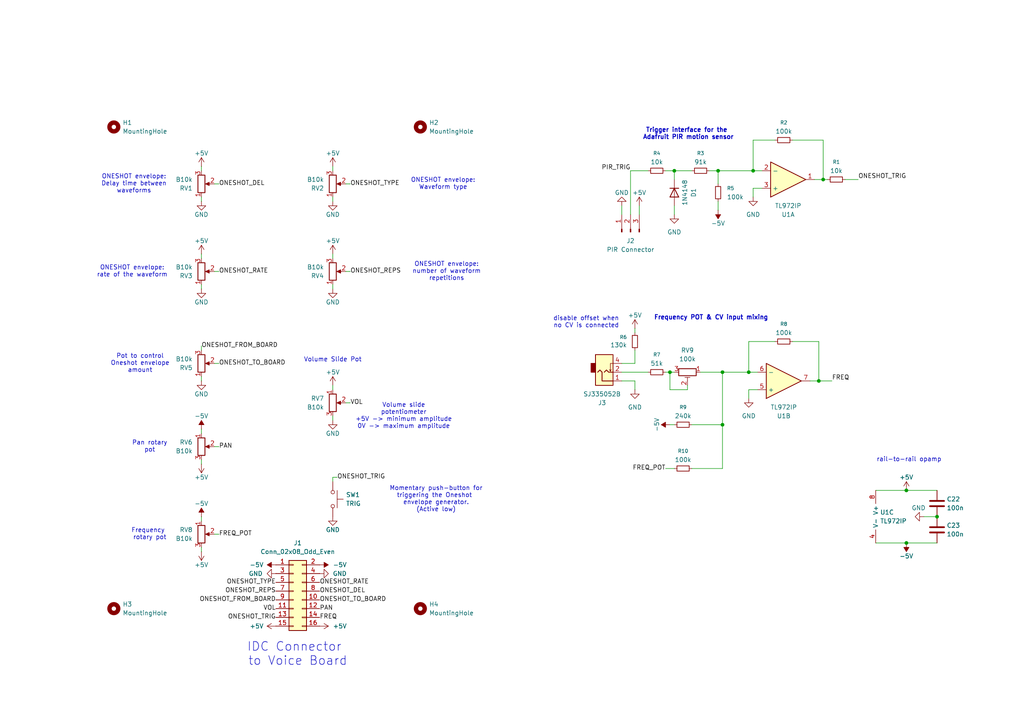
<source format=kicad_sch>
(kicad_sch (version 20250114) (generator "eeschema") (generator_version "9.0")
  (paper "A4")
  (title_block (title "Solstrejf Voice Board Front Panel") (date "2025-11-15") (rev "2.0"))
  (lib_symbols
    (symbol "Connector:Conn_01x03_Pin" (pin_names (offset 1.016) (hide yes))
      (property "Reference" "J" (at 0 5.08 0))
      (property "Value" "Conn_01x03_Pin" (at 0 -5.08 0))
      (symbol "Conn_01x03_Pin_1_1"
        (rectangle (start 0.8636 2.667) (end 0 2.413) (stroke (width 0.1524)) (fill (type outline)))
        (rectangle (start 0.8636 0.127) (end 0 -0.127) (stroke (width 0.1524)) (fill (type outline)))
        (rectangle (start 0.8636 -2.413) (end 0 -2.667) (stroke (width 0.1524)) (fill (type outline)))
        (polyline (pts (xy 1.27 2.54) (xy 0.8636 2.54)) (stroke (width 0.1524)))
        (polyline (pts (xy 1.27 0) (xy 0.8636 0)) (stroke (width 0.1524)))
        (polyline (pts (xy 1.27 -2.54) (xy 0.8636 -2.54)) (stroke (width 0.1524)))
        (pin passive line (at 5.08 2.54 180) (length 3.81) (name "Pin_1") (number "1"))
        (pin passive line (at 5.08 0 180) (length 3.81) (name "Pin_2") (number "2"))
        (pin passive line (at 5.08 -2.54 180) (length 3.81) (name "Pin_3") (number "3"))
      )
    )
    (symbol "Connector_Audio:AudioJack2_SwitchT"
      (property "Reference" "J3" (at -0.635 8.89 0))
      (property "Value" "SJ335052B" (at -0.635 6.35 0))
      (symbol "AudioJack2_SwitchT_0_1"
        (rectangle (start -2.54 3.81) (end 2.54 -5.08) (stroke (width 0.254)) (fill (type background)))
        (rectangle (start -2.54 0) (end -3.81 -2.54) (stroke (width 0.254)) (fill (type outline)))
        (polyline (pts (xy 0 0) (xy 0.635 -0.635) (xy 1.27 0) (xy 2.54 0)) (stroke (width 0.254)))
        (polyline (pts (xy 1.778 -0.254) (xy 2.032 -0.762)))
        (polyline (pts (xy 2.54 2.54) (xy -0.635 2.54) (xy -0.635 0) (xy -1.27 -0.635) (xy -1.905 0)) (stroke (width 0.254)))
        (polyline (pts (xy 2.54 -2.54) (xy 1.778 -2.54) (xy 1.778 -0.254) (xy 1.524 -0.762)))
      )
      (symbol "AudioJack2_SwitchT_1_1"
        (pin passive line (at 5.08 2.54 180) (length 2.54) (name "") (number "1"))
        (pin passive line (at 5.08 0 180) (length 2.54) (name "") (number "2"))
        (pin passive line (at 5.08 -2.54 180) (length 2.54) (name "") (number "4"))
      )
    )
    (symbol "Connector_Generic:Conn_02x08_Odd_Even" (pin_names (offset 1.016) (hide yes))
      (property "Reference" "J" (at 1.27 10.16 0))
      (property "Value" "Conn_02x08_Odd_Even" (at 1.27 -12.7 0))
      (symbol "Conn_02x08_Odd_Even_1_1"
        (rectangle (start -1.27 8.89) (end 3.81 -11.43) (stroke (width 0.254)) (fill (type background)))
        (rectangle (start -1.27 7.747) (end 0 7.493) (stroke (width 0.1524)))
        (rectangle (start -1.27 5.207) (end 0 4.953) (stroke (width 0.1524)))
        (rectangle (start -1.27 2.667) (end 0 2.413) (stroke (width 0.1524)))
        (rectangle (start -1.27 0.127) (end 0 -0.127) (stroke (width 0.1524)))
        (rectangle (start -1.27 -2.413) (end 0 -2.667) (stroke (width 0.1524)))
        (rectangle (start -1.27 -4.953) (end 0 -5.207) (stroke (width 0.1524)))
        (rectangle (start -1.27 -7.493) (end 0 -7.747) (stroke (width 0.1524)))
        (rectangle (start -1.27 -10.033) (end 0 -10.287) (stroke (width 0.1524)))
        (rectangle (start 3.81 7.747) (end 2.54 7.493) (stroke (width 0.1524)))
        (rectangle (start 3.81 5.207) (end 2.54 4.953) (stroke (width 0.1524)))
        (rectangle (start 3.81 2.667) (end 2.54 2.413) (stroke (width 0.1524)))
        (rectangle (start 3.81 0.127) (end 2.54 -0.127) (stroke (width 0.1524)))
        (rectangle (start 3.81 -2.413) (end 2.54 -2.667) (stroke (width 0.1524)))
        (rectangle (start 3.81 -4.953) (end 2.54 -5.207) (stroke (width 0.1524)))
        (rectangle (start 3.81 -7.493) (end 2.54 -7.747) (stroke (width 0.1524)))
        (rectangle (start 3.81 -10.033) (end 2.54 -10.287) (stroke (width 0.1524)))
        (pin passive line (at -5.08 7.62 0) (length 3.81) (name "Pin_1") (number "1"))
        (pin passive line (at -5.08 5.08 0) (length 3.81) (name "Pin_3") (number "3"))
        (pin passive line (at -5.08 2.54 0) (length 3.81) (name "Pin_5") (number "5"))
        (pin passive line (at -5.08 0 0) (length 3.81) (name "Pin_7") (number "7"))
        (pin passive line (at -5.08 -2.54 0) (length 3.81) (name "Pin_9") (number "9"))
        (pin passive line (at -5.08 -5.08 0) (length 3.81) (name "Pin_11") (number "11"))
        (pin passive line (at -5.08 -7.62 0) (length 3.81) (name "Pin_13") (number "13"))
        (pin passive line (at -5.08 -10.16 0) (length 3.81) (name "Pin_15") (number "15"))
        (pin passive line (at 7.62 7.62 180) (length 3.81) (name "Pin_2") (number "2"))
        (pin passive line (at 7.62 5.08 180) (length 3.81) (name "Pin_4") (number "4"))
        (pin passive line (at 7.62 2.54 180) (length 3.81) (name "Pin_6") (number "6"))
        (pin passive line (at 7.62 0 180) (length 3.81) (name "Pin_8") (number "8"))
        (pin passive line (at 7.62 -2.54 180) (length 3.81) (name "Pin_10") (number "10"))
        (pin passive line (at 7.62 -5.08 180) (length 3.81) (name "Pin_12") (number "12"))
        (pin passive line (at 7.62 -7.62 180) (length 3.81) (name "Pin_14") (number "14"))
        (pin passive line (at 7.62 -10.16 180) (length 3.81) (name "Pin_16") (number "16"))
      )
    )
    (symbol "Device:C" (pin_numbers (hide yes)) (pin_names (offset 0.254))
      (property "Reference" "C" (at 0.635 2.54 0))
      (property "Value" "C" (at 0.635 -2.54 0))
      (symbol "C_0_1"
        (polyline (pts (xy -2.032 0.762) (xy 2.032 0.762)) (stroke (width 0.508)))
        (polyline (pts (xy -2.032 -0.762) (xy 2.032 -0.762)) (stroke (width 0.508)))
      )
      (symbol "C_1_1"
        (pin passive line (at 0 3.81 270) (length 2.794) (name "~") (number "1"))
        (pin passive line (at 0 -3.81 90) (length 2.794) (name "~") (number "2"))
      )
    )
    (symbol "Device:Opamp_Dual"
      (property "Reference" "U" (at 0 5.08 0))
      (property "Value" "Opamp_Dual" (at 0 -5.08 0))
      (symbol "Opamp_Dual_1_1"
        (polyline (pts (xy -5.08 5.08) (xy 5.08 0) (xy -5.08 -5.08) (xy -5.08 5.08)) (stroke (width 0.254)) (fill (type background)))
        (pin input line (at -7.62 2.54 0) (length 2.54) (name "+") (number "3"))
        (pin input line (at -7.62 -2.54 0) (length 2.54) (name "-") (number "2"))
        (pin output line (at 7.62 0 180) (length 2.54) (name "~") (number "1"))
      )
      (symbol "Opamp_Dual_2_1"
        (polyline (pts (xy -5.08 5.08) (xy 5.08 0) (xy -5.08 -5.08) (xy -5.08 5.08)) (stroke (width 0.254)) (fill (type background)))
        (pin input line (at -7.62 2.54 0) (length 2.54) (name "+") (number "5"))
        (pin input line (at -7.62 -2.54 0) (length 2.54) (name "-") (number "6"))
        (pin output line (at 7.62 0 180) (length 2.54) (name "~") (number "7"))
      )
      (symbol "Opamp_Dual_3_1"
        (pin power_in line (at -2.54 7.62 270) (length 3.81) (name "V+") (number "8"))
        (pin power_in line (at -2.54 -7.62 90) (length 3.81) (name "V-") (number "4"))
      )
    )
    (symbol "Device:R_Potentiometer" (pin_names (offset 1.016) (hide yes))
      (property "Reference" "RV" (at -4.445 0 90))
      (property "Value" "R_Potentiometer" (at -2.54 0 90))
      (symbol "R_Potentiometer_0_1"
        (rectangle (start 1.016 2.54) (end -1.016 -2.54) (stroke (width 0.254)))
        (polyline (pts (xy 1.143 0) (xy 2.286 0.508) (xy 2.286 -0.508) (xy 1.143 0)) (fill (type outline)))
        (polyline (pts (xy 2.54 0) (xy 1.524 0)))
      )
      (symbol "R_Potentiometer_1_1"
        (pin passive line (at 0 3.81 270) (length 1.27) (name "1") (number "1"))
        (pin passive line (at 0 -3.81 90) (length 1.27) (name "3") (number "3"))
        (pin passive line (at 3.81 0 180) (length 1.27) (name "2") (number "2"))
      )
    )
    (symbol "Device:R_Potentiometer_Trim" (pin_names (offset 1.016) (hide yes))
      (property "Reference" "RV" (at -4.445 0 90))
      (property "Value" "R_Potentiometer_Trim" (at -2.54 0 90))
      (symbol "R_Potentiometer_Trim_0_1"
        (rectangle (start 1.016 2.54) (end -1.016 -2.54) (stroke (width 0.254)))
        (polyline (pts (xy 1.524 0.762) (xy 1.524 -0.762)))
        (polyline (pts (xy 2.54 0) (xy 1.524 0)))
      )
      (symbol "R_Potentiometer_Trim_1_1"
        (pin passive line (at 0 3.81 270) (length 1.27) (name "1") (number "1"))
        (pin passive line (at 0 -3.81 90) (length 1.27) (name "3") (number "3"))
        (pin passive line (at 3.81 0 180) (length 1.27) (name "2") (number "2"))
      )
    )
    (symbol "Device:R_Small" (pin_numbers (hide yes)) (pin_names (offset 0.254) (hide yes))
      (property "Reference" "R" (at 0 0 90))
      (property "Value" "R_Small" (at 1.778 0 90))
      (symbol "R_Small_0_1"
        (rectangle (start -0.762 1.778) (end 0.762 -1.778) (stroke (width 0.2032)))
      )
      (symbol "R_Small_1_1"
        (pin passive line (at 0 2.54 270) (length 0.762) (name "~") (number "1"))
        (pin passive line (at 0 -2.54 90) (length 0.762) (name "~") (number "2"))
      )
    )
    (symbol "Diode:1N4148" (pin_numbers (hide yes)) (pin_names (hide yes))
      (property "Reference" "D" (at 0 2.54 0))
      (property "Value" "1N4148" (at 0 -2.54 0))
      (symbol "1N4148_0_1"
        (polyline (pts (xy -1.27 1.27) (xy -1.27 -1.27)) (stroke (width 0.254)))
        (polyline (pts (xy 1.27 1.27) (xy 1.27 -1.27) (xy -1.27 0) (xy 1.27 1.27)) (stroke (width 0.254)))
        (polyline (pts (xy 1.27 0) (xy -1.27 0)))
      )
      (symbol "1N4148_1_1"
        (pin passive line (at -3.81 0 0) (length 2.54) (name "K") (number "1"))
        (pin passive line (at 3.81 0 180) (length 2.54) (name "A") (number "2"))
      )
    )
    (symbol "Mechanical:MountingHole" (pin_names (offset 1.016)) (exclude_from_sim yes) (in_bom no)
      (property "Reference" "H" (at 0 5.08 0))
      (property "Value" "MountingHole" (at 0 3.175 0))
      (symbol "MountingHole_0_1"
        (circle (center 0 0) (radius 1.27) (stroke (width 1.27)))
      )
    )
    (symbol "Switch:SW_Push" (pin_numbers (hide yes)) (pin_names (offset 1.016) (hide yes))
      (property "Reference" "SW" (at 1.27 2.54 0))
      (property "Value" "SW_Push" (at 0 -1.524 0))
      (symbol "SW_Push_0_1"
        (circle (center -2.032 0) (radius 0.508))
        (polyline (pts (xy 0 1.27) (xy 0 3.048)))
        (circle (center 2.032 0) (radius 0.508))
        (polyline (pts (xy 2.54 1.27) (xy -2.54 1.27)))
        (pin passive line (at -5.08 0 0) (length 2.54) (name "1") (number "1"))
        (pin passive line (at 5.08 0 180) (length 2.54) (name "2") (number "2"))
      )
    )
    (symbol "power:+5V" (power) (pin_numbers (hide yes)) (pin_names (offset 0) (hide yes))
      (property "Value" "+5V" (at 0 3.556 0))
      (symbol "+5V_0_1"
        (polyline (pts (xy -0.762 1.27) (xy 0 2.54)))
        (polyline (pts (xy 0 2.54) (xy 0.762 1.27)))
        (polyline (pts (xy 0 0) (xy 0 2.54)))
      )
      (symbol "+5V_1_1"
        (pin power_in line (at 0 0 90) (length 0) (name "~") (number "1"))
      )
    )
    (symbol "power:-5V" (power) (pin_numbers (hide yes)) (pin_names (offset 0) (hide yes))
      (property "Value" "-5V" (at 0 3.556 0))
      (symbol "-5V_0_0"
        (pin power_in line (at 0 0 90) (length 0) (name "~") (number "1"))
      )
      (symbol "-5V_0_1"
        (polyline (pts (xy 0 0) (xy 0 1.27) (xy 0.762 1.27) (xy 0 2.54) (xy -0.762 1.27) (xy 0 1.27)) (fill (type outline)))
      )
    )
    (symbol "power:GND" (power) (pin_numbers (hide yes)) (pin_names (offset 0) (hide yes))
      (property "Value" "GND" (at 0 -3.81 0))
      (symbol "GND_0_1"
        (polyline (pts (xy 0 0) (xy 0 -1.27) (xy 1.27 -1.27) (xy 0 -2.54) (xy -1.27 -1.27) (xy 0 -1.27)))
      )
      (symbol "GND_1_1"
        (pin power_in line (at 0 0 270) (length 0) (name "~") (number "1"))
      )
    )
  )
  (text "Pan rotary\npot" (at 43.434 129.54 0) (effects (font (size 1.27 1.27))))
  (text "Trigger interface for the \nAdafruit PIR motion sensor" (at 199.644 38.862 0) (effects (font (size 1.27 1.27) (thickness 0.254) (bold yes))))
  (text "ONESHOT envelope:\nrate of the waveform" (at 38.354 78.74 0) (effects (font (size 1.27 1.27))))
  (text "disable offset when\nno CV is connected" (at 179.578 93.472 0) (effects (font (size 1.27 1.27)) (justify right)))
  (text "Frequency \nrotary pot" (at 43.434 154.94 0) (effects (font (size 1.27 1.27))))
  (text "Frequency POT & CV input mixing" (at 206.248 92.202 0) (effects (font (size 1.27 1.27) (thickness 0.254) (bold yes))))
  (text "Volume slide\npotentiometer\n+5V -> minimum amplitude\n0V -> maximum amplitude" (at 117.094 120.65 0) (effects (font (size 1.27 1.27))))
  (text "ONESHOT envelope:\nnumber of waveform\nrepetitions" (at 129.54 78.74 0) (effects (font (size 1.27 1.27))))
  (text "rail-to-rail opamp" (at 263.652 133.35 0) (effects (font (size 1.27 1.27))))
  (text "IDC Connector \nto Voice Board" (at 86.36 189.738 0) (effects (font (size 2.54 2.54))))
  (text "ONESHOT envelope:\nWaveform type" (at 128.524 53.34 0) (effects (font (size 1.27 1.27))))
  (text "ONESHOT envelope:\nDelay time between\nwaveforms" (at 38.862 53.34 0) (effects (font (size 1.27 1.27))))
  (text "Volume Slide Pot" (at 96.52 104.394 0) (effects (font (size 1.27 1.27))))
  (text "Pot to control\nOneshot envelope\namount" (at 40.64 105.41 0) (effects (font (size 1.27 1.27))))
  (text "Momentary push-button for\ntriggering the Oneshot \nenvelope generator.\n(Active low)" (at 126.492 144.78 0) (effects (font (size 1.27 1.27))))
  (junction (at 208.28 49.53))
  (junction (at 262.89 157.48))
  (junction (at 195.58 49.53))
  (junction (at 262.89 142.24))
  (junction (at 194.31 107.95))
  (junction (at 237.49 110.49))
  (junction (at 218.44 49.53))
  (junction (at 238.76 52.07))
  (junction (at 209.55 123.19))
  (junction (at 209.55 107.95))
  (junction (at 271.78 149.86))
  (junction (at 217.17 107.95))
  (wire (pts (xy 229.87 99.06) (xy 237.49 99.06)))
  (wire (pts (xy 217.17 107.95) (xy 219.71 107.95)))
  (wire (pts (xy 96.52 73.66) (xy 96.52 74.93)))
  (wire (pts (xy 208.28 58.42) (xy 208.28 60.96)))
  (wire (pts (xy 209.55 107.95) (xy 217.17 107.95)))
  (wire (pts (xy 254 142.24) (xy 262.89 142.24)))
  (wire (pts (xy 180.34 105.41) (xy 184.15 105.41)))
  (wire (pts (xy 203.2 107.95) (xy 209.55 107.95)))
  (wire (pts (xy 224.79 99.06) (xy 217.17 99.06)))
  (wire (pts (xy 193.04 107.95) (xy 194.31 107.95)))
  (wire (pts (xy 96.52 138.43) (xy 96.52 139.7)))
  (wire (pts (xy 199.39 111.76) (xy 199.39 113.03)))
  (wire (pts (xy 200.66 123.19) (xy 209.55 123.19)))
  (wire (pts (xy 193.04 135.89) (xy 195.58 135.89)))
  (wire (pts (xy 96.52 57.15) (xy 96.52 58.42)))
  (wire (pts (xy 185.42 62.23) (xy 185.42 59.69)))
  (wire (pts (xy 220.98 54.61) (xy 218.44 54.61)))
  (wire (pts (xy 96.52 48.26) (xy 96.52 49.53)))
  (wire (pts (xy 194.31 107.95) (xy 195.58 107.95)))
  (wire (pts (xy 180.34 62.23) (xy 180.34 59.69)))
  (wire (pts (xy 184.15 110.49) (xy 184.15 113.03)))
  (wire (pts (xy 248.92 52.07) (xy 245.11 52.07)))
  (wire (pts (xy 97.79 138.43) (xy 96.52 138.43)))
  (wire (pts (xy 58.42 109.22) (xy 58.42 110.49)))
  (wire (pts (xy 262.89 157.48) (xy 271.78 157.48)))
  (wire (pts (xy 58.42 48.26) (xy 58.42 49.53)))
  (wire (pts (xy 208.28 49.53) (xy 218.44 49.53)))
  (wire (pts (xy 218.44 40.64) (xy 224.79 40.64)))
  (wire (pts (xy 180.34 110.49) (xy 184.15 110.49)))
  (wire (pts (xy 205.74 49.53) (xy 208.28 49.53)))
  (wire (pts (xy 237.49 110.49) (xy 237.49 99.06)))
  (wire (pts (xy 184.15 95.25) (xy 184.15 96.52)))
  (wire (pts (xy 237.49 110.49) (xy 241.3 110.49)))
  (wire (pts (xy 63.5 53.34) (xy 62.23 53.34)))
  (wire (pts (xy 217.17 99.06) (xy 217.17 107.95)))
  (wire (pts (xy 194.31 107.95) (xy 194.31 113.03)))
  (wire (pts (xy 58.42 73.66) (xy 58.42 74.93)))
  (wire (pts (xy 96.52 82.55) (xy 96.52 83.82)))
  (wire (pts (xy 208.28 49.53) (xy 208.28 53.34)))
  (wire (pts (xy 254 157.48) (xy 262.89 157.48)))
  (wire (pts (xy 238.76 40.64) (xy 238.76 52.07)))
  (wire (pts (xy 200.66 135.89) (xy 209.55 135.89)))
  (wire (pts (xy 195.58 52.07) (xy 195.58 49.53)))
  (wire (pts (xy 180.34 107.95) (xy 187.96 107.95)))
  (wire (pts (xy 63.5 154.94) (xy 62.23 154.94)))
  (wire (pts (xy 58.42 149.86) (xy 58.42 151.13)))
  (wire (pts (xy 58.42 57.15) (xy 58.42 58.42)))
  (wire (pts (xy 63.5 129.54) (xy 62.23 129.54)))
  (wire (pts (xy 184.15 101.6) (xy 184.15 105.41)))
  (wire (pts (xy 58.42 82.55) (xy 58.42 83.82)))
  (wire (pts (xy 218.44 54.61) (xy 218.44 57.15)))
  (wire (pts (xy 218.44 49.53) (xy 218.44 40.64)))
  (wire (pts (xy 58.42 158.75) (xy 58.42 160.02)))
  (wire (pts (xy 199.39 113.03) (xy 194.31 113.03)))
  (wire (pts (xy 182.88 62.23) (xy 182.88 49.53)))
  (wire (pts (xy 217.17 113.03) (xy 217.17 115.57)))
  (wire (pts (xy 63.5 105.41) (xy 62.23 105.41)))
  (wire (pts (xy 101.6 53.34) (xy 100.33 53.34)))
  (wire (pts (xy 195.58 123.19) (xy 194.31 123.19)))
  (wire (pts (xy 195.58 62.23) (xy 195.58 59.69)))
  (wire (pts (xy 229.87 40.64) (xy 238.76 40.64)))
  (wire (pts (xy 101.6 116.84) (xy 100.33 116.84)))
  (wire (pts (xy 209.55 135.89) (xy 209.55 123.19)))
  (wire (pts (xy 101.6 78.74) (xy 100.33 78.74)))
  (wire (pts (xy 58.42 100.33) (xy 58.42 101.6)))
  (wire (pts (xy 238.76 52.07) (xy 240.03 52.07)))
  (wire (pts (xy 267.97 149.86) (xy 271.78 149.86)))
  (wire (pts (xy 96.52 120.65) (xy 96.52 121.92)))
  (wire (pts (xy 236.22 52.07) (xy 238.76 52.07)))
  (wire (pts (xy 63.5 78.74) (xy 62.23 78.74)))
  (wire (pts (xy 219.71 113.03) (xy 217.17 113.03)))
  (wire (pts (xy 195.58 49.53) (xy 193.04 49.53)))
  (wire (pts (xy 209.55 107.95) (xy 209.55 123.19)))
  (wire (pts (xy 262.89 142.24) (xy 271.78 142.24)))
  (wire (pts (xy 234.95 110.49) (xy 237.49 110.49)))
  (wire (pts (xy 96.52 111.76) (xy 96.52 113.03)))
  (wire (pts (xy 58.42 133.35) (xy 58.42 134.62)))
  (wire (pts (xy 195.58 49.53) (xy 200.66 49.53)))
  (wire (pts (xy 58.42 124.46) (xy 58.42 125.73)))
  (wire (pts (xy 182.88 49.53) (xy 187.96 49.53)))
  (wire (pts (xy 220.98 49.53) (xy 218.44 49.53)))
  (label "VOL" (at 80.01 176.53 180))
  (label "PAN" (at 92.71 176.53 0))
  (label "ONESHOT_FROM_BOARD" (at 58.42 100.33 0))
  (label "PIR_TRIG" (at 182.88 49.53 180))
  (label "ONESHOT_TRIG" (at 248.92 52.07 0))
  (label "PAN" (at 63.5 129.54 0))
  (label "ONESHOT_RATE" (at 92.71 168.91 0))
  (label "FREQ" (at 241.3 110.49 0))
  (label "FREQ_POT" (at 193.04 135.89 180))
  (label "ONESHOT_FROM_BOARD" (at 80.01 173.99 180))
  (label "ONESHOT_DEL" (at 92.71 171.45 0))
  (label "FREQ" (at 92.71 179.07 0))
  (label "ONESHOT_TYPE" (at 101.6 53.34 0))
  (label "ONESHOT_TO_BOARD" (at 63.5 105.41 0))
  (label "FREQ_POT" (at 63.5 154.94 0))
  (label "ONESHOT_REPS" (at 101.6 78.74 0))
  (label "ONESHOT_TRIG" (at 80.01 179.07 180))
  (label "ONESHOT_REPS" (at 80.01 171.45 180))
  (label "ONESHOT_DEL" (at 63.5 53.34 0))
  (label "ONESHOT_RATE" (at 63.5 78.74 0))
  (label "ONESHOT_TRIG" (at 97.79 138.43 0))
  (label "VOL" (at 101.6 116.84 0))
  (label "ONESHOT_TO_BOARD" (at 92.71 173.99 0))
  (label "ONESHOT_TYPE" (at 80.01 168.91 180))
  (symbol (lib_id "power:+5V") (at 96.52 48.26 0) (unit 1)
    (property "Reference" "#PWR02" (effects (hide yes)))
    (property "Value" "+5V" (at 96.52 44.45 0))
    (property "Description" "Power symbol creates a global label with name \"+5V\"" (effects (hide yes)))
  )
  (symbol (lib_id "Device:R_Small") (at 227.33 99.06 90) (unit 1)
    (property "Reference" "R8" (at 227.33 93.98 90) (effects (font (size 1.016 1.016))))
    (property "Value" "100k" (at 227.33 96.52 90))
    (property "Footprint" "Resistor_THT:R_Axial_DIN0207_L6.3mm_D2.5mm_P10.16mm_Horizontal" (effects (hide yes)))
    (property "Description" "Resistor, small symbol" (effects (hide yes)))
  )
  (symbol (lib_id "Mechanical:MountingHole") (at 121.92 176.53 0) (unit 1) (exclude_from_sim yes) (in_bom no)
    (property "Reference" "H4" (at 124.46 175.2599 0) (effects (justify left)))
    (property "Value" "MountingHole" (at 124.46 177.7999 0) (effects (justify left)))
    (property "Footprint" "MountingHole:MountingHole_3.2mm_M3_DIN965" (effects (hide yes)))
    (property "Description" "Mounting Hole without connection" (effects (hide yes)))
  )
  (symbol (lib_id "power:+5V") (at 80.01 181.61 90) (unit 1)
    (property "Reference" "#PWR015" (effects (hide yes)))
    (property "Value" "+5V" (at 72.39 181.61 90) (effects (justify right)))
    (property "Description" "Power symbol creates a global label with name \"+5V\"" (effects (hide yes)))
  )
  (symbol (lib_id "Mechanical:MountingHole") (at 33.02 36.83 0) (unit 1) (exclude_from_sim yes) (in_bom no)
    (property "Reference" "H1" (at 35.56 35.5599 0) (effects (justify left)))
    (property "Value" "MountingHole" (at 35.56 38.0999 0) (effects (justify left)))
    (property "Footprint" "MountingHole:MountingHole_3.2mm_M3_DIN965" (effects (hide yes)))
    (property "Description" "Mounting Hole without connection" (effects (hide yes)))
  )
  (symbol (lib_id "power:+5V") (at 96.52 111.76 0) (unit 1)
    (property "Reference" "#PWR014" (effects (hide yes)))
    (property "Value" "+5V" (at 96.52 107.95 0))
    (property "Description" "Power symbol creates a global label with name \"+5V\"" (effects (hide yes)))
  )
  (symbol (lib_id "Device:R_Small") (at 198.12 123.19 90) (unit 1)
    (property "Reference" "R9" (at 198.12 118.11 90) (effects (font (size 1.016 1.016))))
    (property "Value" "240k" (at 198.12 120.65 90))
    (property "Footprint" "Resistor_THT:R_Axial_DIN0207_L6.3mm_D2.5mm_P10.16mm_Horizontal" (effects (hide yes)))
    (property "Description" "Resistor, small symbol" (effects (hide yes)))
  )
  (symbol (lib_id "power:GND") (at 96.52 121.92 0) (unit 1)
    (property "Reference" "#PWR017" (effects (hide yes)))
    (property "Value" "GND" (at 96.52 125.73 0))
    (property "Description" "Power symbol creates a global label with name \"GND\" , ground" (effects (hide yes)))
  )
  (symbol (lib_id "power:-5V") (at 58.42 124.46 0) (unit 1)
    (property "Reference" "#PWR019" (effects (hide yes)))
    (property "Value" "-5V" (at 58.42 120.65 0))
    (property "Description" "Power symbol creates a global label with name \"-5V\"" (effects (hide yes)))
  )
  (symbol (lib_id "Device:R_Small") (at 203.2 49.53 90) (unit 1)
    (property "Reference" "R3" (at 203.2 44.45 90) (effects (font (size 1.016 1.016))))
    (property "Value" "91k" (at 203.2 46.99 90))
    (property "Footprint" "Resistor_THT:R_Axial_DIN0207_L6.3mm_D2.5mm_P10.16mm_Horizontal" (effects (hide yes)))
    (property "Description" "Resistor, small symbol" (effects (hide yes)))
  )
  (symbol (lib_id "Device:R_Small") (at 198.12 135.89 90) (unit 1)
    (property "Reference" "R10" (at 198.12 130.81 90) (effects (font (size 1.016 1.016))))
    (property "Value" "100k" (at 198.12 133.35 90))
    (property "Footprint" "Resistor_THT:R_Axial_DIN0207_L6.3mm_D2.5mm_P10.16mm_Horizontal" (effects (hide yes)))
    (property "Description" "Resistor, small symbol" (effects (hide yes)))
  )
  (symbol (lib_id "Device:C") (at 271.78 146.05 0) (unit 1)
    (property "Reference" "C22" (at 274.574 144.78 0) (effects (justify left)))
    (property "Value" "100n" (at 274.574 147.32 0) (effects (justify left)))
    (property "Footprint" "Capacitor_THT:C_Disc_D5.0mm_W2.5mm_P5.00mm" (effects (hide yes)))
    (property "Description" "Unpolarized capacitor" (effects (hide yes)))
  )
  (symbol (lib_id "power:-5V") (at 262.89 157.48 180) (unit 1)
    (property "Reference" "#PWR033" (effects (hide yes)))
    (property "Value" "-5V" (at 262.89 161.29 0))
    (property "Description" "Power symbol creates a global label with name \"-5V\"" (effects (hide yes)))
  )
  (symbol (lib_id "power:-5V") (at 208.28 60.96 180) (unit 1)
    (property "Reference" "#PWR027" (effects (hide yes)))
    (property "Value" "-5V" (at 208.28 64.77 0))
    (property "Description" "Power symbol creates a global label with name \"-5V\"" (effects (hide yes)))
  )
  (symbol (lib_id "power:GND") (at 180.34 59.69 180) (unit 1)
    (property "Reference" "#PWR025" (effects (hide yes)))
    (property "Value" "GND" (at 180.34 55.88 0))
    (property "Description" "Power symbol creates a global label with name \"GND\" , ground" (effects (hide yes)))
  )
  (symbol (lib_id "Device:R_Small") (at 184.15 99.06 0) (unit 1)
    (property "Reference" "R6" (at 181.864 97.79 0) (effects (font (size 1.016 1.016)) (justify right)))
    (property "Value" "130k" (at 181.864 100.076 0) (effects (justify right)))
    (property "Footprint" "Resistor_THT:R_Axial_DIN0207_L6.3mm_D2.5mm_P10.16mm_Horizontal" (effects (hide yes)))
    (property "Description" "Resistor, small symbol" (effects (hide yes)))
  )
  (symbol (lib_id "power:+5V") (at 184.15 95.25 0) (unit 1)
    (property "Reference" "#PWR028" (effects (hide yes)))
    (property "Value" "+5V" (at 184.15 91.44 0))
    (property "Description" "Power symbol creates a global label with name \"+5V\"" (effects (hide yes)))
  )
  (symbol (lib_id "Device:R_Small") (at 190.5 49.53 90) (unit 1)
    (property "Reference" "R4" (at 190.5 44.45 90) (effects (font (size 1.016 1.016))))
    (property "Value" "10k" (at 190.5 46.99 90))
    (property "Footprint" "Resistor_THT:R_Axial_DIN0207_L6.3mm_D2.5mm_P10.16mm_Horizontal" (effects (hide yes)))
    (property "Description" "Resistor, small symbol" (effects (hide yes)))
  )
  (symbol (lib_id "power:-5V") (at 58.42 149.86 0) (unit 1)
    (property "Reference" "#PWR022" (effects (hide yes)))
    (property "Value" "-5V" (at 58.42 146.05 0))
    (property "Description" "Power symbol creates a global label with name \"-5V\"" (effects (hide yes)))
  )
  (symbol (lib_id "power:+5V") (at 58.42 134.62 180) (unit 1)
    (property "Reference" "#PWR018" (effects (hide yes)))
    (property "Value" "+5V" (at 58.42 138.43 0))
    (property "Description" "Power symbol creates a global label with name \"+5V\"" (effects (hide yes)))
  )
  (symbol (lib_id "Connector:Conn_01x03_Pin") (at 182.88 67.31 90) (unit 1)
    (property "Reference" "J2" (at 182.88 69.85 90))
    (property "Value" "PIR Connector" (at 182.88 72.39 90))
    (property "Footprint" "Connector_PinHeader_2.54mm:PinHeader_1x03_P2.54mm_Vertical" (effects (hide yes)))
    (property "Description" "Generic connector, single row, 01x03, script generated" (effects (hide yes)))
  )
  (symbol (lib_id "power:-5V") (at 80.01 163.83 90) (unit 1)
    (property "Reference" "#PWR09" (effects (hide yes)))
    (property "Value" "-5V" (at 72.39 163.83 90) (effects (justify right)))
    (property "Description" "Power symbol creates a global label with name \"-5V\"" (effects (hide yes)))
  )
  (symbol (lib_id "Device:R_Potentiometer") (at 58.42 78.74 0) (mirror x) (unit 1)
    (property "Reference" "RV3" (at 55.88 80.0101 0) (effects (justify right)))
    (property "Value" "B10k" (at 55.88 77.4701 0) (effects (justify right)))
    (property "Footprint" "Potentiometer_THT:Potentiometer_Alpha_RD901F-40-00D_Single_Vertical" (effects (hide yes)))
    (property "Description" "Potentiometer" (effects (hide yes)))
  )
  (symbol (lib_id "Device:R_Potentiometer") (at 58.42 129.54 0) (unit 1)
    (property "Reference" "RV6" (at 55.88 128.2699 0) (effects (justify right)))
    (property "Value" "B10k" (at 55.88 130.8099 0) (effects (justify right)))
    (property "Footprint" "Potentiometer_THT:Potentiometer_Alpha_RD901F-40-00D_Single_Vertical" (effects (hide yes)))
    (property "Description" "Potentiometer" (effects (hide yes)))
  )
  (symbol (lib_id "power:GND") (at 195.58 62.23 0) (unit 1)
    (property "Reference" "#PWR024" (effects (hide yes)))
    (property "Value" "GND" (at 195.58 67.31 0))
    (property "Description" "Power symbol creates a global label with name \"GND\" , ground" (effects (hide yes)))
  )
  (symbol (lib_id "power:GND") (at 80.01 166.37 270) (unit 1)
    (property "Reference" "#PWR011" (effects (hide yes)))
    (property "Value" "GND" (at 76.2 166.37 90) (effects (justify right)))
    (property "Description" "Power symbol creates a global label with name \"GND\" , ground" (effects (hide yes)))
  )
  (symbol (lib_id "power:+5V") (at 58.42 160.02 180) (unit 1)
    (property "Reference" "#PWR020" (effects (hide yes)))
    (property "Value" "+5V" (at 58.42 163.83 0))
    (property "Description" "Power symbol creates a global label with name \"+5V\"" (effects (hide yes)))
  )
  (symbol (lib_id "Device:R_Potentiometer") (at 58.42 53.34 0) (mirror x) (unit 1)
    (property "Reference" "RV1" (at 55.88 54.6101 0) (effects (justify right)))
    (property "Value" "B10k" (at 55.88 52.0701 0) (effects (justify right)))
    (property "Footprint" "Potentiometer_THT:Potentiometer_Alpha_RD901F-40-00D_Single_Vertical" (effects (hide yes)))
    (property "Description" "Potentiometer" (effects (hide yes)))
  )
  (symbol (lib_id "Device:R_Potentiometer") (at 58.42 105.41 0) (mirror x) (unit 1)
    (property "Reference" "RV5" (at 55.88 106.6801 0) (effects (justify right)))
    (property "Value" "B10k" (at 55.88 104.1401 0) (effects (justify right)))
    (property "Footprint" "Potentiometer_THT:Potentiometer_Alpha_RD901F-40-00D_Single_Vertical" (effects (hide yes)))
    (property "Description" "Potentiometer" (effects (hide yes)))
  )
  (symbol (lib_id "Device:R_Small") (at 190.5 107.95 90) (unit 1)
    (property "Reference" "R7" (at 190.5 102.87 90) (effects (font (size 1.016 1.016))))
    (property "Value" "51k" (at 190.5 105.41 90))
    (property "Footprint" "Resistor_THT:R_Axial_DIN0207_L6.3mm_D2.5mm_P10.16mm_Horizontal" (effects (hide yes)))
    (property "Description" "Resistor, small symbol" (effects (hide yes)))
  )
  (symbol (lib_id "power:+5V") (at 185.42 59.69 0) (unit 1)
    (property "Reference" "#PWR026" (effects (hide yes)))
    (property "Value" "+5V" (at 185.42 55.88 0))
    (property "Description" "Power symbol creates a global label with name \"+5V\"" (effects (hide yes)))
  )
  (symbol (lib_id "power:GND") (at 218.44 57.15 0) (unit 1)
    (property "Reference" "#PWR023" (effects (hide yes)))
    (property "Value" "GND" (at 218.44 62.23 0))
    (property "Description" "Power symbol creates a global label with name \"GND\" , ground" (effects (hide yes)))
  )
  (symbol (lib_id "Device:R_Small") (at 227.33 40.64 90) (unit 1)
    (property "Reference" "R2" (at 227.33 35.56 90) (effects (font (size 1.016 1.016))))
    (property "Value" "100k" (at 227.33 38.1 90))
    (property "Footprint" "Resistor_THT:R_Axial_DIN0207_L6.3mm_D2.5mm_P10.16mm_Horizontal" (effects (hide yes)))
    (property "Description" "Resistor, small symbol" (effects (hide yes)))
  )
  (symbol (lib_id "power:-5V") (at 92.71 163.83 270) (unit 1)
    (property "Reference" "#PWR010" (effects (hide yes)))
    (property "Value" "-5V" (at 96.52 163.83 90) (effects (justify left)))
    (property "Description" "Power symbol creates a global label with name \"-5V\"" (effects (hide yes)))
  )
  (symbol (lib_id "power:+5V") (at 58.42 48.26 0) (unit 1)
    (property "Reference" "#PWR01" (effects (hide yes)))
    (property "Value" "+5V" (at 58.42 44.45 0))
    (property "Description" "Power symbol creates a global label with name \"+5V\"" (effects (hide yes)))
  )
  (symbol (lib_id "power:GND") (at 58.42 110.49 0) (unit 1)
    (property "Reference" "#PWR013" (effects (hide yes)))
    (property "Value" "GND" (at 58.42 114.3 0))
    (property "Description" "Power symbol creates a global label with name \"GND\" , ground" (effects (hide yes)))
  )
  (symbol (lib_id "Device:R_Potentiometer") (at 58.42 154.94 0) (unit 1)
    (property "Reference" "RV8" (at 55.88 153.6699 0) (effects (justify right)))
    (property "Value" "B10k" (at 55.88 156.2099 0) (effects (justify right)))
    (property "Footprint" "Potentiometer_THT:Potentiometer_Alpha_RD901F-40-00D_Single_Vertical" (effects (hide yes)))
    (property "Description" "Potentiometer" (effects (hide yes)))
  )
  (symbol (lib_id "Diode:1N4148") (at 195.58 55.88 270) (unit 1)
    (property "Reference" "D1" (at 201.168 55.88 0))
    (property "Value" "1N4148" (at 198.628 55.88 0))
    (property "Footprint" "Diode_THT:D_DO-35_SOD27_P7.62mm_Horizontal" (effects (hide yes)))
    (property "Datasheet" "https://assets.nexperia.com/documents/data-sheet/1N4148_1N4448.pdf" (effects (hide yes)))
    (property "Description" "100V 0.15A standard switching diode, DO-35" (effects (hide yes)))
    (property "Sim.Device" "D" (effects (hide yes)))
    (property "Sim.Pins" "1=K 2=A" (effects (hide yes)))
  )
  (symbol (lib_id "power:GND") (at 96.52 83.82 0) (unit 1)
    (property "Reference" "#PWR08" (effects (hide yes)))
    (property "Value" "GND" (at 96.52 87.63 0))
    (property "Description" "Power symbol creates a global label with name \"GND\" , ground" (effects (hide yes)))
  )
  (symbol (lib_id "power:-5V") (at 194.31 123.19 90) (unit 1)
    (property "Reference" "#PWR031" (effects (hide yes)))
    (property "Value" "-5V" (at 190.5 123.19 0))
    (property "Description" "Power symbol creates a global label with name \"-5V\"" (effects (hide yes)))
  )
  (symbol (lib_id "Device:R_Potentiometer") (at 96.52 53.34 0) (mirror x) (unit 1)
    (property "Reference" "RV2" (at 93.98 54.6101 0) (effects (justify right)))
    (property "Value" "B10k" (at 93.98 52.0701 0) (effects (justify right)))
    (property "Footprint" "Potentiometer_THT:Potentiometer_Alpha_RD901F-40-00D_Single_Vertical" (effects (hide yes)))
    (property "Description" "Potentiometer" (effects (hide yes)))
  )
  (symbol (lib_id "Switch:SW_Push") (at 96.52 144.78 270) (unit 1)
    (property "Reference" "SW1" (at 100.33 143.5099 90) (effects (justify left)))
    (property "Value" "TRIG" (at 100.33 146.0499 90) (effects (justify left)))
    (property "Footprint" "Button_Switch_THT:SW_SPST_Omron_B3F-40xx" (effects (hide yes)))
    (property "Description" "Push button switch, generic, two pins" (effects (hide yes)))
  )
  (symbol (lib_id "power:GND") (at 184.15 113.03 0) (unit 1)
    (property "Reference" "#PWR029" (effects (hide yes)))
    (property "Value" "GND" (at 184.15 118.11 0))
    (property "Description" "Power symbol creates a global label with name \"GND\" , ground" (effects (hide yes)))
  )
  (symbol (lib_id "power:+5V") (at 262.89 142.24 0) (unit 1)
    (property "Reference" "#PWR032" (effects (hide yes)))
    (property "Value" "+5V" (at 262.89 138.43 0))
    (property "Description" "Power symbol creates a global label with name \"+5V\"" (effects (hide yes)))
  )
  (symbol (lib_id "Connector_Generic:Conn_02x08_Odd_Even") (at 85.09 171.45 0) (unit 1)
    (property "Reference" "J1" (at 86.36 157.48 0))
    (property "Value" "Conn_02x08_Odd_Even" (at 86.36 160.02 0))
    (property "Footprint" "Connector_IDC:IDC-Header_2x08_P2.54mm_Vertical" (effects (hide yes)))
    (property "Description" "Generic connector, double row, 02x08, odd/even pin numbering scheme (row 1 odd numbers, row 2 even numbers), script generated (kicad-library-utils/schlib/autogen/connector/)" (effects (hide yes)))
  )
  (symbol (lib_id "power:GND") (at 58.42 83.82 0) (unit 1)
    (property "Reference" "#PWR07" (effects (hide yes)))
    (property "Value" "GND" (at 58.42 87.63 0))
    (property "Description" "Power symbol creates a global label with name \"GND\" , ground" (effects (hide yes)))
  )
  (symbol (lib_id "Device:R_Potentiometer_Trim") (at 199.39 107.95 270) (unit 1)
    (property "Reference" "RV9" (at 199.39 101.6 90))
    (property "Value" "100k" (at 199.39 104.14 90))
    (property "Footprint" "Potentiometer_THT:Potentiometer_Bourns_3296Y_Vertical" (effects (hide yes)))
    (property "Description" "Trim-potentiometer" (effects (hide yes)))
  )
  (symbol (lib_id "Device:C") (at 271.78 153.67 0) (unit 1)
    (property "Reference" "C23" (at 274.574 152.4 0) (effects (justify left)))
    (property "Value" "100n" (at 274.574 154.94 0) (effects (justify left)))
    (property "Footprint" "Capacitor_THT:C_Disc_D5.0mm_W2.5mm_P5.00mm" (effects (hide yes)))
    (property "Description" "Unpolarized capacitor" (effects (hide yes)))
  )
  (symbol (lib_id "Device:Opamp_Dual") (at 227.33 110.49 0) (mirror x) (unit 2)
    (property "Reference" "U1" (at 227.33 120.65 0))
    (property "Value" "TL972IP" (at 227.33 118.11 0))
    (property "Footprint" "Package_DIP:DIP-8_W7.62mm_Socket" (effects (hide yes)))
    (property "Datasheet" "https://www.mouser.dk/ProductDetail/Texas-Instruments/TL972IP?qs=oFh0aswXlb9cpjhwIf1Gmw%3D%3D" (effects (hide yes)))
    (property "Description" "Dual operational amplifier" (effects (hide yes)))
    (property "Sim.Library" "${KICAD9_SYMBOL_DIR}/Simulation_SPICE.sp" (effects (hide yes)))
    (property "Sim.Name" "kicad_builtin_opamp_dual" (effects (hide yes)))
    (property "Sim.Device" "SUBCKT" (effects (hide yes)))
    (property "Sim.Pins" "1=out1 2=in1- 3=in1+ 4=vee 5=in2+ 6=in2- 7=out2 8=vcc" (effects (hide yes)))
  )
  (symbol (lib_id "power:GND") (at 267.97 149.86 270) (unit 1)
    (property "Reference" "#PWR038" (effects (hide yes)))
    (property "Value" "GND" (at 268.478 147.32 90) (effects (justify right)))
    (property "Description" "Power symbol creates a global label with name \"GND\" , ground" (effects (hide yes)))
  )
  (symbol (lib_id "Device:Opamp_Dual") (at 256.54 149.86 0) (unit 3)
    (property "Reference" "U1" (at 255.27 148.5899 0) (effects (justify left)))
    (property "Value" "TL972IP" (at 255.27 151.1299 0) (effects (justify left)))
    (property "Footprint" "Package_DIP:DIP-8_W7.62mm_Socket" (effects (hide yes)))
    (property "Datasheet" "https://www.mouser.dk/ProductDetail/Texas-Instruments/TL972IP?qs=oFh0aswXlb9cpjhwIf1Gmw%3D%3D" (effects (hide yes)))
    (property "Description" "Dual operational amplifier" (effects (hide yes)))
    (property "Sim.Library" "${KICAD9_SYMBOL_DIR}/Simulation_SPICE.sp" (effects (hide yes)))
    (property "Sim.Name" "kicad_builtin_opamp_dual" (effects (hide yes)))
    (property "Sim.Device" "SUBCKT" (effects (hide yes)))
    (property "Sim.Pins" "1=out1 2=in1- 3=in1+ 4=vee 5=in2+ 6=in2- 7=out2 8=vcc" (effects (hide yes)))
  )
  (symbol (lib_id "power:GND") (at 58.42 58.42 0) (unit 1)
    (property "Reference" "#PWR03" (effects (hide yes)))
    (property "Value" "GND" (at 58.42 62.23 0))
    (property "Description" "Power symbol creates a global label with name \"GND\" , ground" (effects (hide yes)))
  )
  (symbol (lib_id "Device:R_Potentiometer") (at 96.52 116.84 0) (unit 1)
    (property "Reference" "RV7" (at 93.98 115.5699 0) (effects (justify right)))
    (property "Value" "B10k" (at 93.98 118.1099 0) (effects (justify right)))
    (property "Footprint" "Kromftronics_Custom:Potentiometer_Alpha_slide_pot_30mm" (effects (hide yes)))
    (property "Description" "Potentiometer" (effects (hide yes)))
  )
  (symbol (lib_id "Device:R_Small") (at 242.57 52.07 90) (unit 1)
    (property "Reference" "R1" (at 242.57 46.99 90) (effects (font (size 1.016 1.016))))
    (property "Value" "10k" (at 242.57 49.53 90))
    (property "Footprint" "Resistor_THT:R_Axial_DIN0207_L6.3mm_D2.5mm_P10.16mm_Horizontal" (effects (hide yes)))
    (property "Description" "Resistor, small symbol" (effects (hide yes)))
  )
  (symbol (lib_id "power:GND") (at 96.52 149.86 0) (unit 1)
    (property "Reference" "#PWR021" (effects (hide yes)))
    (property "Value" "GND" (at 96.52 153.67 0))
    (property "Description" "Power symbol creates a global label with name \"GND\" , ground" (effects (hide yes)))
  )
  (symbol (lib_id "power:+5V") (at 58.42 73.66 0) (unit 1)
    (property "Reference" "#PWR05" (effects (hide yes)))
    (property "Value" "+5V" (at 58.42 69.85 0))
    (property "Description" "Power symbol creates a global label with name \"+5V\"" (effects (hide yes)))
  )
  (symbol (lib_id "Mechanical:MountingHole") (at 33.02 176.53 0) (unit 1) (exclude_from_sim yes) (in_bom no)
    (property "Reference" "H3" (at 35.56 175.2599 0) (effects (justify left)))
    (property "Value" "MountingHole" (at 35.56 177.7999 0) (effects (justify left)))
    (property "Footprint" "MountingHole:MountingHole_3.2mm_M3_DIN965" (effects (hide yes)))
    (property "Description" "Mounting Hole without connection" (effects (hide yes)))
  )
  (symbol (lib_id "power:+5V") (at 92.71 181.61 270) (unit 1)
    (property "Reference" "#PWR016" (effects (hide yes)))
    (property "Value" "+5V" (at 96.52 181.61 90) (effects (justify left)))
    (property "Description" "Power symbol creates a global label with name \"+5V\"" (effects (hide yes)))
  )
  (symbol (lib_id "Device:Opamp_Dual") (at 228.6 52.07 0) (mirror x) (unit 1)
    (property "Reference" "U1" (at 228.6 62.23 0))
    (property "Value" "TL972IP" (at 228.6 59.69 0))
    (property "Footprint" "Package_DIP:DIP-8_W7.62mm_Socket" (effects (hide yes)))
    (property "Datasheet" "https://www.mouser.dk/ProductDetail/Texas-Instruments/TL972IP?qs=oFh0aswXlb9cpjhwIf1Gmw%3D%3D" (effects (hide yes)))
    (property "Description" "Dual operational amplifier" (effects (hide yes)))
    (property "Sim.Library" "${KICAD9_SYMBOL_DIR}/Simulation_SPICE.sp" (effects (hide yes)))
    (property "Sim.Name" "kicad_builtin_opamp_dual" (effects (hide yes)))
    (property "Sim.Device" "SUBCKT" (effects (hide yes)))
    (property "Sim.Pins" "1=out1 2=in1- 3=in1+ 4=vee 5=in2+ 6=in2- 7=out2 8=vcc" (effects (hide yes)))
  )
  (symbol (lib_id "power:GND") (at 96.52 58.42 0) (unit 1)
    (property "Reference" "#PWR04" (effects (hide yes)))
    (property "Value" "GND" (at 96.52 62.23 0))
    (property "Description" "Power symbol creates a global label with name \"GND\" , ground" (effects (hide yes)))
  )
  (symbol (lib_id "Device:R_Potentiometer") (at 96.52 78.74 0) (mirror x) (unit 1)
    (property "Reference" "RV4" (at 93.98 80.0101 0) (effects (justify right)))
    (property "Value" "B10k" (at 93.98 77.4701 0) (effects (justify right)))
    (property "Footprint" "Potentiometer_THT:Potentiometer_Alpha_RD901F-40-00D_Single_Vertical" (effects (hide yes)))
    (property "Description" "Potentiometer" (effects (hide yes)))
  )
  (symbol (lib_id "Connector_Audio:AudioJack2_SwitchT") (at 175.26 107.95 0) (mirror x) (unit 1)
    (property "Reference" "J3" (at 174.625 116.84 0))
    (property "Value" "SJ335052B" (at 174.625 114.3 0))
    (property "Footprint" "Kromftronics_Custom:SJ335052B" (effects (hide yes)))
    (property "Description" "Audio Jack, 2 Poles (Mono / TS), Switched T Pole (Normalling)" (effects (hide yes)))
  )
  (symbol (lib_id "Mechanical:MountingHole") (at 121.92 36.83 0) (unit 1) (exclude_from_sim yes) (in_bom no)
    (property "Reference" "H2" (at 124.46 35.5599 0) (effects (justify left)))
    (property "Value" "MountingHole" (at 124.46 38.0999 0) (effects (justify left)))
    (property "Footprint" "MountingHole:MountingHole_3.2mm_M3_DIN965" (effects (hide yes)))
    (property "Description" "Mounting Hole without connection" (effects (hide yes)))
  )
  (symbol (lib_id "power:GND") (at 92.71 166.37 90) (unit 1)
    (property "Reference" "#PWR012" (effects (hide yes)))
    (property "Value" "GND" (at 100.584 166.37 90) (effects (justify left)))
    (property "Description" "Power symbol creates a global label with name \"GND\" , ground" (effects (hide yes)))
  )
  (symbol (lib_id "power:GND") (at 217.17 115.57 0) (unit 1)
    (property "Reference" "#PWR030" (effects (hide yes)))
    (property "Value" "GND" (at 217.17 120.65 0))
    (property "Description" "Power symbol creates a global label with name \"GND\" , ground" (effects (hide yes)))
  )
  (symbol (lib_id "Device:R_Small") (at 208.28 55.88 180) (unit 1)
    (property "Reference" "R5" (at 210.82 54.6099 0) (effects (font (size 1.016 1.016)) (justify right)))
    (property "Value" "100k" (at 210.82 57.1499 0) (effects (justify right)))
    (property "Footprint" "Resistor_THT:R_Axial_DIN0207_L6.3mm_D2.5mm_P10.16mm_Horizontal" (effects (hide yes)))
    (property "Description" "Resistor, small symbol" (effects (hide yes)))
  )
  (symbol (lib_id "power:+5V") (at 96.52 73.66 0) (unit 1)
    (property "Reference" "#PWR06" (effects (hide yes)))
    (property "Value" "+5V" (at 96.52 69.85 0))
    (property "Description" "Power symbol creates a global label with name \"+5V\"" (effects (hide yes)))
  )
)
</source>
